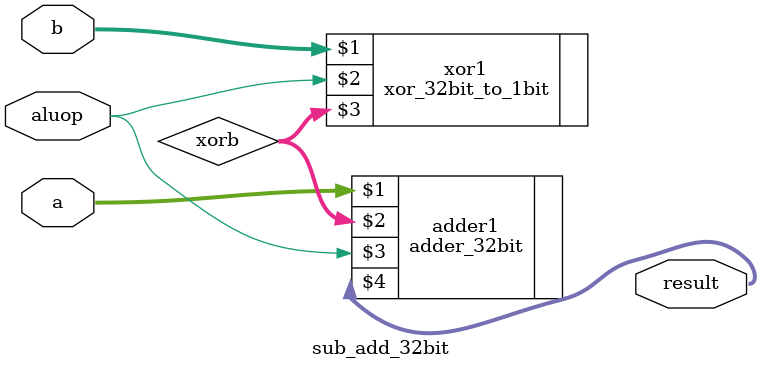
<source format=v>
module sub_add_32bit(
input [31:0]a,
input [31:0]b,
input aluop,
output [31:0]result
);
wire [31:0]xorb;

xor_32bit_to_1bit xor1(b[31:0],aluop,xorb[31:0]);
adder_32bit adder1(a[31:0],xorb[31:0],aluop,result[31:0]);

endmodule


</source>
